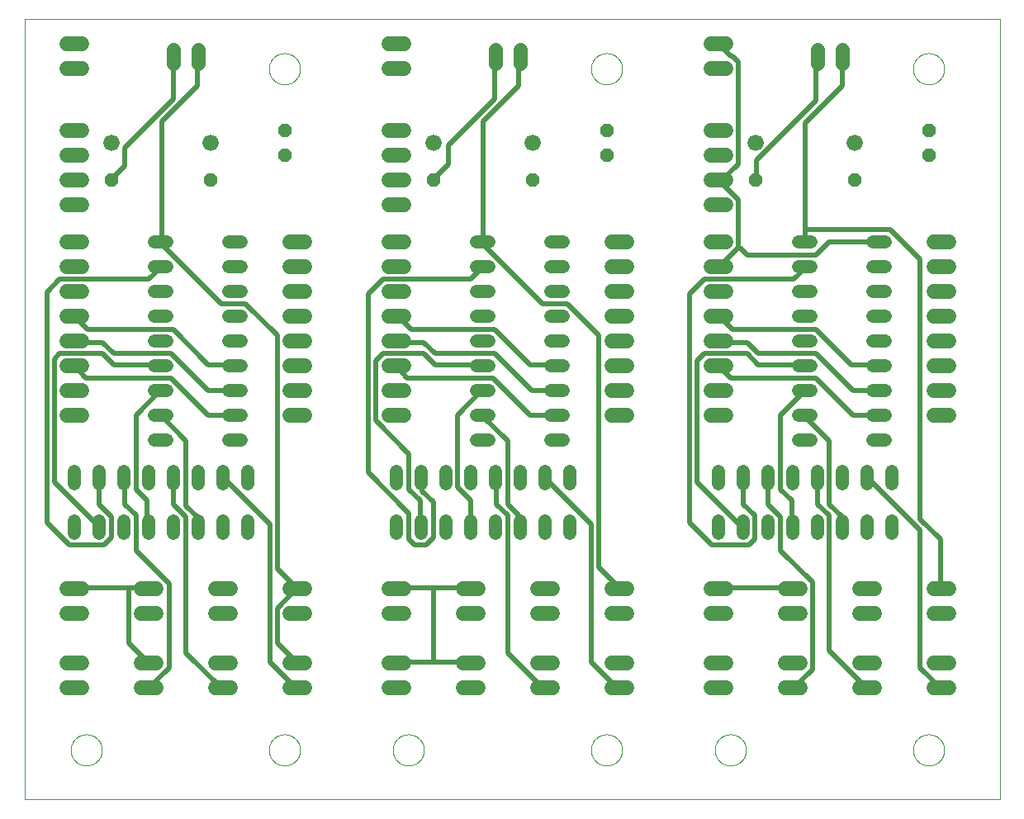
<source format=gbl>
G75*
%MOIN*%
%OFA0B0*%
%FSLAX25Y25*%
%IPPOS*%
%LPD*%
%AMOC8*
5,1,8,0,0,1.08239X$1,22.5*
%
%ADD10C,0.00000*%
%ADD11C,0.06600*%
%ADD12C,0.06000*%
%ADD13OC8,0.05200*%
%ADD14C,0.05200*%
%ADD15C,0.05600*%
%ADD16C,0.02000*%
D10*
X0001000Y0003000D02*
X0001000Y0317961D01*
X0394701Y0317961D01*
X0394701Y0003000D01*
X0001000Y0003000D01*
X0019701Y0023000D02*
X0019703Y0023158D01*
X0019709Y0023316D01*
X0019719Y0023474D01*
X0019733Y0023632D01*
X0019751Y0023789D01*
X0019772Y0023946D01*
X0019798Y0024102D01*
X0019828Y0024258D01*
X0019861Y0024413D01*
X0019899Y0024566D01*
X0019940Y0024719D01*
X0019985Y0024871D01*
X0020034Y0025022D01*
X0020087Y0025171D01*
X0020143Y0025319D01*
X0020203Y0025465D01*
X0020267Y0025610D01*
X0020335Y0025753D01*
X0020406Y0025895D01*
X0020480Y0026035D01*
X0020558Y0026172D01*
X0020640Y0026308D01*
X0020724Y0026442D01*
X0020813Y0026573D01*
X0020904Y0026702D01*
X0020999Y0026829D01*
X0021096Y0026954D01*
X0021197Y0027076D01*
X0021301Y0027195D01*
X0021408Y0027312D01*
X0021518Y0027426D01*
X0021631Y0027537D01*
X0021746Y0027646D01*
X0021864Y0027751D01*
X0021985Y0027853D01*
X0022108Y0027953D01*
X0022234Y0028049D01*
X0022362Y0028142D01*
X0022492Y0028232D01*
X0022625Y0028318D01*
X0022760Y0028402D01*
X0022896Y0028481D01*
X0023035Y0028558D01*
X0023176Y0028630D01*
X0023318Y0028700D01*
X0023462Y0028765D01*
X0023608Y0028827D01*
X0023755Y0028885D01*
X0023904Y0028940D01*
X0024054Y0028991D01*
X0024205Y0029038D01*
X0024357Y0029081D01*
X0024510Y0029120D01*
X0024665Y0029156D01*
X0024820Y0029187D01*
X0024976Y0029215D01*
X0025132Y0029239D01*
X0025289Y0029259D01*
X0025447Y0029275D01*
X0025604Y0029287D01*
X0025763Y0029295D01*
X0025921Y0029299D01*
X0026079Y0029299D01*
X0026237Y0029295D01*
X0026396Y0029287D01*
X0026553Y0029275D01*
X0026711Y0029259D01*
X0026868Y0029239D01*
X0027024Y0029215D01*
X0027180Y0029187D01*
X0027335Y0029156D01*
X0027490Y0029120D01*
X0027643Y0029081D01*
X0027795Y0029038D01*
X0027946Y0028991D01*
X0028096Y0028940D01*
X0028245Y0028885D01*
X0028392Y0028827D01*
X0028538Y0028765D01*
X0028682Y0028700D01*
X0028824Y0028630D01*
X0028965Y0028558D01*
X0029104Y0028481D01*
X0029240Y0028402D01*
X0029375Y0028318D01*
X0029508Y0028232D01*
X0029638Y0028142D01*
X0029766Y0028049D01*
X0029892Y0027953D01*
X0030015Y0027853D01*
X0030136Y0027751D01*
X0030254Y0027646D01*
X0030369Y0027537D01*
X0030482Y0027426D01*
X0030592Y0027312D01*
X0030699Y0027195D01*
X0030803Y0027076D01*
X0030904Y0026954D01*
X0031001Y0026829D01*
X0031096Y0026702D01*
X0031187Y0026573D01*
X0031276Y0026442D01*
X0031360Y0026308D01*
X0031442Y0026172D01*
X0031520Y0026035D01*
X0031594Y0025895D01*
X0031665Y0025753D01*
X0031733Y0025610D01*
X0031797Y0025465D01*
X0031857Y0025319D01*
X0031913Y0025171D01*
X0031966Y0025022D01*
X0032015Y0024871D01*
X0032060Y0024719D01*
X0032101Y0024566D01*
X0032139Y0024413D01*
X0032172Y0024258D01*
X0032202Y0024102D01*
X0032228Y0023946D01*
X0032249Y0023789D01*
X0032267Y0023632D01*
X0032281Y0023474D01*
X0032291Y0023316D01*
X0032297Y0023158D01*
X0032299Y0023000D01*
X0032297Y0022842D01*
X0032291Y0022684D01*
X0032281Y0022526D01*
X0032267Y0022368D01*
X0032249Y0022211D01*
X0032228Y0022054D01*
X0032202Y0021898D01*
X0032172Y0021742D01*
X0032139Y0021587D01*
X0032101Y0021434D01*
X0032060Y0021281D01*
X0032015Y0021129D01*
X0031966Y0020978D01*
X0031913Y0020829D01*
X0031857Y0020681D01*
X0031797Y0020535D01*
X0031733Y0020390D01*
X0031665Y0020247D01*
X0031594Y0020105D01*
X0031520Y0019965D01*
X0031442Y0019828D01*
X0031360Y0019692D01*
X0031276Y0019558D01*
X0031187Y0019427D01*
X0031096Y0019298D01*
X0031001Y0019171D01*
X0030904Y0019046D01*
X0030803Y0018924D01*
X0030699Y0018805D01*
X0030592Y0018688D01*
X0030482Y0018574D01*
X0030369Y0018463D01*
X0030254Y0018354D01*
X0030136Y0018249D01*
X0030015Y0018147D01*
X0029892Y0018047D01*
X0029766Y0017951D01*
X0029638Y0017858D01*
X0029508Y0017768D01*
X0029375Y0017682D01*
X0029240Y0017598D01*
X0029104Y0017519D01*
X0028965Y0017442D01*
X0028824Y0017370D01*
X0028682Y0017300D01*
X0028538Y0017235D01*
X0028392Y0017173D01*
X0028245Y0017115D01*
X0028096Y0017060D01*
X0027946Y0017009D01*
X0027795Y0016962D01*
X0027643Y0016919D01*
X0027490Y0016880D01*
X0027335Y0016844D01*
X0027180Y0016813D01*
X0027024Y0016785D01*
X0026868Y0016761D01*
X0026711Y0016741D01*
X0026553Y0016725D01*
X0026396Y0016713D01*
X0026237Y0016705D01*
X0026079Y0016701D01*
X0025921Y0016701D01*
X0025763Y0016705D01*
X0025604Y0016713D01*
X0025447Y0016725D01*
X0025289Y0016741D01*
X0025132Y0016761D01*
X0024976Y0016785D01*
X0024820Y0016813D01*
X0024665Y0016844D01*
X0024510Y0016880D01*
X0024357Y0016919D01*
X0024205Y0016962D01*
X0024054Y0017009D01*
X0023904Y0017060D01*
X0023755Y0017115D01*
X0023608Y0017173D01*
X0023462Y0017235D01*
X0023318Y0017300D01*
X0023176Y0017370D01*
X0023035Y0017442D01*
X0022896Y0017519D01*
X0022760Y0017598D01*
X0022625Y0017682D01*
X0022492Y0017768D01*
X0022362Y0017858D01*
X0022234Y0017951D01*
X0022108Y0018047D01*
X0021985Y0018147D01*
X0021864Y0018249D01*
X0021746Y0018354D01*
X0021631Y0018463D01*
X0021518Y0018574D01*
X0021408Y0018688D01*
X0021301Y0018805D01*
X0021197Y0018924D01*
X0021096Y0019046D01*
X0020999Y0019171D01*
X0020904Y0019298D01*
X0020813Y0019427D01*
X0020724Y0019558D01*
X0020640Y0019692D01*
X0020558Y0019828D01*
X0020480Y0019965D01*
X0020406Y0020105D01*
X0020335Y0020247D01*
X0020267Y0020390D01*
X0020203Y0020535D01*
X0020143Y0020681D01*
X0020087Y0020829D01*
X0020034Y0020978D01*
X0019985Y0021129D01*
X0019940Y0021281D01*
X0019899Y0021434D01*
X0019861Y0021587D01*
X0019828Y0021742D01*
X0019798Y0021898D01*
X0019772Y0022054D01*
X0019751Y0022211D01*
X0019733Y0022368D01*
X0019719Y0022526D01*
X0019709Y0022684D01*
X0019703Y0022842D01*
X0019701Y0023000D01*
X0099701Y0023000D02*
X0099703Y0023158D01*
X0099709Y0023316D01*
X0099719Y0023474D01*
X0099733Y0023632D01*
X0099751Y0023789D01*
X0099772Y0023946D01*
X0099798Y0024102D01*
X0099828Y0024258D01*
X0099861Y0024413D01*
X0099899Y0024566D01*
X0099940Y0024719D01*
X0099985Y0024871D01*
X0100034Y0025022D01*
X0100087Y0025171D01*
X0100143Y0025319D01*
X0100203Y0025465D01*
X0100267Y0025610D01*
X0100335Y0025753D01*
X0100406Y0025895D01*
X0100480Y0026035D01*
X0100558Y0026172D01*
X0100640Y0026308D01*
X0100724Y0026442D01*
X0100813Y0026573D01*
X0100904Y0026702D01*
X0100999Y0026829D01*
X0101096Y0026954D01*
X0101197Y0027076D01*
X0101301Y0027195D01*
X0101408Y0027312D01*
X0101518Y0027426D01*
X0101631Y0027537D01*
X0101746Y0027646D01*
X0101864Y0027751D01*
X0101985Y0027853D01*
X0102108Y0027953D01*
X0102234Y0028049D01*
X0102362Y0028142D01*
X0102492Y0028232D01*
X0102625Y0028318D01*
X0102760Y0028402D01*
X0102896Y0028481D01*
X0103035Y0028558D01*
X0103176Y0028630D01*
X0103318Y0028700D01*
X0103462Y0028765D01*
X0103608Y0028827D01*
X0103755Y0028885D01*
X0103904Y0028940D01*
X0104054Y0028991D01*
X0104205Y0029038D01*
X0104357Y0029081D01*
X0104510Y0029120D01*
X0104665Y0029156D01*
X0104820Y0029187D01*
X0104976Y0029215D01*
X0105132Y0029239D01*
X0105289Y0029259D01*
X0105447Y0029275D01*
X0105604Y0029287D01*
X0105763Y0029295D01*
X0105921Y0029299D01*
X0106079Y0029299D01*
X0106237Y0029295D01*
X0106396Y0029287D01*
X0106553Y0029275D01*
X0106711Y0029259D01*
X0106868Y0029239D01*
X0107024Y0029215D01*
X0107180Y0029187D01*
X0107335Y0029156D01*
X0107490Y0029120D01*
X0107643Y0029081D01*
X0107795Y0029038D01*
X0107946Y0028991D01*
X0108096Y0028940D01*
X0108245Y0028885D01*
X0108392Y0028827D01*
X0108538Y0028765D01*
X0108682Y0028700D01*
X0108824Y0028630D01*
X0108965Y0028558D01*
X0109104Y0028481D01*
X0109240Y0028402D01*
X0109375Y0028318D01*
X0109508Y0028232D01*
X0109638Y0028142D01*
X0109766Y0028049D01*
X0109892Y0027953D01*
X0110015Y0027853D01*
X0110136Y0027751D01*
X0110254Y0027646D01*
X0110369Y0027537D01*
X0110482Y0027426D01*
X0110592Y0027312D01*
X0110699Y0027195D01*
X0110803Y0027076D01*
X0110904Y0026954D01*
X0111001Y0026829D01*
X0111096Y0026702D01*
X0111187Y0026573D01*
X0111276Y0026442D01*
X0111360Y0026308D01*
X0111442Y0026172D01*
X0111520Y0026035D01*
X0111594Y0025895D01*
X0111665Y0025753D01*
X0111733Y0025610D01*
X0111797Y0025465D01*
X0111857Y0025319D01*
X0111913Y0025171D01*
X0111966Y0025022D01*
X0112015Y0024871D01*
X0112060Y0024719D01*
X0112101Y0024566D01*
X0112139Y0024413D01*
X0112172Y0024258D01*
X0112202Y0024102D01*
X0112228Y0023946D01*
X0112249Y0023789D01*
X0112267Y0023632D01*
X0112281Y0023474D01*
X0112291Y0023316D01*
X0112297Y0023158D01*
X0112299Y0023000D01*
X0112297Y0022842D01*
X0112291Y0022684D01*
X0112281Y0022526D01*
X0112267Y0022368D01*
X0112249Y0022211D01*
X0112228Y0022054D01*
X0112202Y0021898D01*
X0112172Y0021742D01*
X0112139Y0021587D01*
X0112101Y0021434D01*
X0112060Y0021281D01*
X0112015Y0021129D01*
X0111966Y0020978D01*
X0111913Y0020829D01*
X0111857Y0020681D01*
X0111797Y0020535D01*
X0111733Y0020390D01*
X0111665Y0020247D01*
X0111594Y0020105D01*
X0111520Y0019965D01*
X0111442Y0019828D01*
X0111360Y0019692D01*
X0111276Y0019558D01*
X0111187Y0019427D01*
X0111096Y0019298D01*
X0111001Y0019171D01*
X0110904Y0019046D01*
X0110803Y0018924D01*
X0110699Y0018805D01*
X0110592Y0018688D01*
X0110482Y0018574D01*
X0110369Y0018463D01*
X0110254Y0018354D01*
X0110136Y0018249D01*
X0110015Y0018147D01*
X0109892Y0018047D01*
X0109766Y0017951D01*
X0109638Y0017858D01*
X0109508Y0017768D01*
X0109375Y0017682D01*
X0109240Y0017598D01*
X0109104Y0017519D01*
X0108965Y0017442D01*
X0108824Y0017370D01*
X0108682Y0017300D01*
X0108538Y0017235D01*
X0108392Y0017173D01*
X0108245Y0017115D01*
X0108096Y0017060D01*
X0107946Y0017009D01*
X0107795Y0016962D01*
X0107643Y0016919D01*
X0107490Y0016880D01*
X0107335Y0016844D01*
X0107180Y0016813D01*
X0107024Y0016785D01*
X0106868Y0016761D01*
X0106711Y0016741D01*
X0106553Y0016725D01*
X0106396Y0016713D01*
X0106237Y0016705D01*
X0106079Y0016701D01*
X0105921Y0016701D01*
X0105763Y0016705D01*
X0105604Y0016713D01*
X0105447Y0016725D01*
X0105289Y0016741D01*
X0105132Y0016761D01*
X0104976Y0016785D01*
X0104820Y0016813D01*
X0104665Y0016844D01*
X0104510Y0016880D01*
X0104357Y0016919D01*
X0104205Y0016962D01*
X0104054Y0017009D01*
X0103904Y0017060D01*
X0103755Y0017115D01*
X0103608Y0017173D01*
X0103462Y0017235D01*
X0103318Y0017300D01*
X0103176Y0017370D01*
X0103035Y0017442D01*
X0102896Y0017519D01*
X0102760Y0017598D01*
X0102625Y0017682D01*
X0102492Y0017768D01*
X0102362Y0017858D01*
X0102234Y0017951D01*
X0102108Y0018047D01*
X0101985Y0018147D01*
X0101864Y0018249D01*
X0101746Y0018354D01*
X0101631Y0018463D01*
X0101518Y0018574D01*
X0101408Y0018688D01*
X0101301Y0018805D01*
X0101197Y0018924D01*
X0101096Y0019046D01*
X0100999Y0019171D01*
X0100904Y0019298D01*
X0100813Y0019427D01*
X0100724Y0019558D01*
X0100640Y0019692D01*
X0100558Y0019828D01*
X0100480Y0019965D01*
X0100406Y0020105D01*
X0100335Y0020247D01*
X0100267Y0020390D01*
X0100203Y0020535D01*
X0100143Y0020681D01*
X0100087Y0020829D01*
X0100034Y0020978D01*
X0099985Y0021129D01*
X0099940Y0021281D01*
X0099899Y0021434D01*
X0099861Y0021587D01*
X0099828Y0021742D01*
X0099798Y0021898D01*
X0099772Y0022054D01*
X0099751Y0022211D01*
X0099733Y0022368D01*
X0099719Y0022526D01*
X0099709Y0022684D01*
X0099703Y0022842D01*
X0099701Y0023000D01*
X0149701Y0023000D02*
X0149703Y0023158D01*
X0149709Y0023316D01*
X0149719Y0023474D01*
X0149733Y0023632D01*
X0149751Y0023789D01*
X0149772Y0023946D01*
X0149798Y0024102D01*
X0149828Y0024258D01*
X0149861Y0024413D01*
X0149899Y0024566D01*
X0149940Y0024719D01*
X0149985Y0024871D01*
X0150034Y0025022D01*
X0150087Y0025171D01*
X0150143Y0025319D01*
X0150203Y0025465D01*
X0150267Y0025610D01*
X0150335Y0025753D01*
X0150406Y0025895D01*
X0150480Y0026035D01*
X0150558Y0026172D01*
X0150640Y0026308D01*
X0150724Y0026442D01*
X0150813Y0026573D01*
X0150904Y0026702D01*
X0150999Y0026829D01*
X0151096Y0026954D01*
X0151197Y0027076D01*
X0151301Y0027195D01*
X0151408Y0027312D01*
X0151518Y0027426D01*
X0151631Y0027537D01*
X0151746Y0027646D01*
X0151864Y0027751D01*
X0151985Y0027853D01*
X0152108Y0027953D01*
X0152234Y0028049D01*
X0152362Y0028142D01*
X0152492Y0028232D01*
X0152625Y0028318D01*
X0152760Y0028402D01*
X0152896Y0028481D01*
X0153035Y0028558D01*
X0153176Y0028630D01*
X0153318Y0028700D01*
X0153462Y0028765D01*
X0153608Y0028827D01*
X0153755Y0028885D01*
X0153904Y0028940D01*
X0154054Y0028991D01*
X0154205Y0029038D01*
X0154357Y0029081D01*
X0154510Y0029120D01*
X0154665Y0029156D01*
X0154820Y0029187D01*
X0154976Y0029215D01*
X0155132Y0029239D01*
X0155289Y0029259D01*
X0155447Y0029275D01*
X0155604Y0029287D01*
X0155763Y0029295D01*
X0155921Y0029299D01*
X0156079Y0029299D01*
X0156237Y0029295D01*
X0156396Y0029287D01*
X0156553Y0029275D01*
X0156711Y0029259D01*
X0156868Y0029239D01*
X0157024Y0029215D01*
X0157180Y0029187D01*
X0157335Y0029156D01*
X0157490Y0029120D01*
X0157643Y0029081D01*
X0157795Y0029038D01*
X0157946Y0028991D01*
X0158096Y0028940D01*
X0158245Y0028885D01*
X0158392Y0028827D01*
X0158538Y0028765D01*
X0158682Y0028700D01*
X0158824Y0028630D01*
X0158965Y0028558D01*
X0159104Y0028481D01*
X0159240Y0028402D01*
X0159375Y0028318D01*
X0159508Y0028232D01*
X0159638Y0028142D01*
X0159766Y0028049D01*
X0159892Y0027953D01*
X0160015Y0027853D01*
X0160136Y0027751D01*
X0160254Y0027646D01*
X0160369Y0027537D01*
X0160482Y0027426D01*
X0160592Y0027312D01*
X0160699Y0027195D01*
X0160803Y0027076D01*
X0160904Y0026954D01*
X0161001Y0026829D01*
X0161096Y0026702D01*
X0161187Y0026573D01*
X0161276Y0026442D01*
X0161360Y0026308D01*
X0161442Y0026172D01*
X0161520Y0026035D01*
X0161594Y0025895D01*
X0161665Y0025753D01*
X0161733Y0025610D01*
X0161797Y0025465D01*
X0161857Y0025319D01*
X0161913Y0025171D01*
X0161966Y0025022D01*
X0162015Y0024871D01*
X0162060Y0024719D01*
X0162101Y0024566D01*
X0162139Y0024413D01*
X0162172Y0024258D01*
X0162202Y0024102D01*
X0162228Y0023946D01*
X0162249Y0023789D01*
X0162267Y0023632D01*
X0162281Y0023474D01*
X0162291Y0023316D01*
X0162297Y0023158D01*
X0162299Y0023000D01*
X0162297Y0022842D01*
X0162291Y0022684D01*
X0162281Y0022526D01*
X0162267Y0022368D01*
X0162249Y0022211D01*
X0162228Y0022054D01*
X0162202Y0021898D01*
X0162172Y0021742D01*
X0162139Y0021587D01*
X0162101Y0021434D01*
X0162060Y0021281D01*
X0162015Y0021129D01*
X0161966Y0020978D01*
X0161913Y0020829D01*
X0161857Y0020681D01*
X0161797Y0020535D01*
X0161733Y0020390D01*
X0161665Y0020247D01*
X0161594Y0020105D01*
X0161520Y0019965D01*
X0161442Y0019828D01*
X0161360Y0019692D01*
X0161276Y0019558D01*
X0161187Y0019427D01*
X0161096Y0019298D01*
X0161001Y0019171D01*
X0160904Y0019046D01*
X0160803Y0018924D01*
X0160699Y0018805D01*
X0160592Y0018688D01*
X0160482Y0018574D01*
X0160369Y0018463D01*
X0160254Y0018354D01*
X0160136Y0018249D01*
X0160015Y0018147D01*
X0159892Y0018047D01*
X0159766Y0017951D01*
X0159638Y0017858D01*
X0159508Y0017768D01*
X0159375Y0017682D01*
X0159240Y0017598D01*
X0159104Y0017519D01*
X0158965Y0017442D01*
X0158824Y0017370D01*
X0158682Y0017300D01*
X0158538Y0017235D01*
X0158392Y0017173D01*
X0158245Y0017115D01*
X0158096Y0017060D01*
X0157946Y0017009D01*
X0157795Y0016962D01*
X0157643Y0016919D01*
X0157490Y0016880D01*
X0157335Y0016844D01*
X0157180Y0016813D01*
X0157024Y0016785D01*
X0156868Y0016761D01*
X0156711Y0016741D01*
X0156553Y0016725D01*
X0156396Y0016713D01*
X0156237Y0016705D01*
X0156079Y0016701D01*
X0155921Y0016701D01*
X0155763Y0016705D01*
X0155604Y0016713D01*
X0155447Y0016725D01*
X0155289Y0016741D01*
X0155132Y0016761D01*
X0154976Y0016785D01*
X0154820Y0016813D01*
X0154665Y0016844D01*
X0154510Y0016880D01*
X0154357Y0016919D01*
X0154205Y0016962D01*
X0154054Y0017009D01*
X0153904Y0017060D01*
X0153755Y0017115D01*
X0153608Y0017173D01*
X0153462Y0017235D01*
X0153318Y0017300D01*
X0153176Y0017370D01*
X0153035Y0017442D01*
X0152896Y0017519D01*
X0152760Y0017598D01*
X0152625Y0017682D01*
X0152492Y0017768D01*
X0152362Y0017858D01*
X0152234Y0017951D01*
X0152108Y0018047D01*
X0151985Y0018147D01*
X0151864Y0018249D01*
X0151746Y0018354D01*
X0151631Y0018463D01*
X0151518Y0018574D01*
X0151408Y0018688D01*
X0151301Y0018805D01*
X0151197Y0018924D01*
X0151096Y0019046D01*
X0150999Y0019171D01*
X0150904Y0019298D01*
X0150813Y0019427D01*
X0150724Y0019558D01*
X0150640Y0019692D01*
X0150558Y0019828D01*
X0150480Y0019965D01*
X0150406Y0020105D01*
X0150335Y0020247D01*
X0150267Y0020390D01*
X0150203Y0020535D01*
X0150143Y0020681D01*
X0150087Y0020829D01*
X0150034Y0020978D01*
X0149985Y0021129D01*
X0149940Y0021281D01*
X0149899Y0021434D01*
X0149861Y0021587D01*
X0149828Y0021742D01*
X0149798Y0021898D01*
X0149772Y0022054D01*
X0149751Y0022211D01*
X0149733Y0022368D01*
X0149719Y0022526D01*
X0149709Y0022684D01*
X0149703Y0022842D01*
X0149701Y0023000D01*
X0229701Y0023000D02*
X0229703Y0023158D01*
X0229709Y0023316D01*
X0229719Y0023474D01*
X0229733Y0023632D01*
X0229751Y0023789D01*
X0229772Y0023946D01*
X0229798Y0024102D01*
X0229828Y0024258D01*
X0229861Y0024413D01*
X0229899Y0024566D01*
X0229940Y0024719D01*
X0229985Y0024871D01*
X0230034Y0025022D01*
X0230087Y0025171D01*
X0230143Y0025319D01*
X0230203Y0025465D01*
X0230267Y0025610D01*
X0230335Y0025753D01*
X0230406Y0025895D01*
X0230480Y0026035D01*
X0230558Y0026172D01*
X0230640Y0026308D01*
X0230724Y0026442D01*
X0230813Y0026573D01*
X0230904Y0026702D01*
X0230999Y0026829D01*
X0231096Y0026954D01*
X0231197Y0027076D01*
X0231301Y0027195D01*
X0231408Y0027312D01*
X0231518Y0027426D01*
X0231631Y0027537D01*
X0231746Y0027646D01*
X0231864Y0027751D01*
X0231985Y0027853D01*
X0232108Y0027953D01*
X0232234Y0028049D01*
X0232362Y0028142D01*
X0232492Y0028232D01*
X0232625Y0028318D01*
X0232760Y0028402D01*
X0232896Y0028481D01*
X0233035Y0028558D01*
X0233176Y0028630D01*
X0233318Y0028700D01*
X0233462Y0028765D01*
X0233608Y0028827D01*
X0233755Y0028885D01*
X0233904Y0028940D01*
X0234054Y0028991D01*
X0234205Y0029038D01*
X0234357Y0029081D01*
X0234510Y0029120D01*
X0234665Y0029156D01*
X0234820Y0029187D01*
X0234976Y0029215D01*
X0235132Y0029239D01*
X0235289Y0029259D01*
X0235447Y0029275D01*
X0235604Y0029287D01*
X0235763Y0029295D01*
X0235921Y0029299D01*
X0236079Y0029299D01*
X0236237Y0029295D01*
X0236396Y0029287D01*
X0236553Y0029275D01*
X0236711Y0029259D01*
X0236868Y0029239D01*
X0237024Y0029215D01*
X0237180Y0029187D01*
X0237335Y0029156D01*
X0237490Y0029120D01*
X0237643Y0029081D01*
X0237795Y0029038D01*
X0237946Y0028991D01*
X0238096Y0028940D01*
X0238245Y0028885D01*
X0238392Y0028827D01*
X0238538Y0028765D01*
X0238682Y0028700D01*
X0238824Y0028630D01*
X0238965Y0028558D01*
X0239104Y0028481D01*
X0239240Y0028402D01*
X0239375Y0028318D01*
X0239508Y0028232D01*
X0239638Y0028142D01*
X0239766Y0028049D01*
X0239892Y0027953D01*
X0240015Y0027853D01*
X0240136Y0027751D01*
X0240254Y0027646D01*
X0240369Y0027537D01*
X0240482Y0027426D01*
X0240592Y0027312D01*
X0240699Y0027195D01*
X0240803Y0027076D01*
X0240904Y0026954D01*
X0241001Y0026829D01*
X0241096Y0026702D01*
X0241187Y0026573D01*
X0241276Y0026442D01*
X0241360Y0026308D01*
X0241442Y0026172D01*
X0241520Y0026035D01*
X0241594Y0025895D01*
X0241665Y0025753D01*
X0241733Y0025610D01*
X0241797Y0025465D01*
X0241857Y0025319D01*
X0241913Y0025171D01*
X0241966Y0025022D01*
X0242015Y0024871D01*
X0242060Y0024719D01*
X0242101Y0024566D01*
X0242139Y0024413D01*
X0242172Y0024258D01*
X0242202Y0024102D01*
X0242228Y0023946D01*
X0242249Y0023789D01*
X0242267Y0023632D01*
X0242281Y0023474D01*
X0242291Y0023316D01*
X0242297Y0023158D01*
X0242299Y0023000D01*
X0242297Y0022842D01*
X0242291Y0022684D01*
X0242281Y0022526D01*
X0242267Y0022368D01*
X0242249Y0022211D01*
X0242228Y0022054D01*
X0242202Y0021898D01*
X0242172Y0021742D01*
X0242139Y0021587D01*
X0242101Y0021434D01*
X0242060Y0021281D01*
X0242015Y0021129D01*
X0241966Y0020978D01*
X0241913Y0020829D01*
X0241857Y0020681D01*
X0241797Y0020535D01*
X0241733Y0020390D01*
X0241665Y0020247D01*
X0241594Y0020105D01*
X0241520Y0019965D01*
X0241442Y0019828D01*
X0241360Y0019692D01*
X0241276Y0019558D01*
X0241187Y0019427D01*
X0241096Y0019298D01*
X0241001Y0019171D01*
X0240904Y0019046D01*
X0240803Y0018924D01*
X0240699Y0018805D01*
X0240592Y0018688D01*
X0240482Y0018574D01*
X0240369Y0018463D01*
X0240254Y0018354D01*
X0240136Y0018249D01*
X0240015Y0018147D01*
X0239892Y0018047D01*
X0239766Y0017951D01*
X0239638Y0017858D01*
X0239508Y0017768D01*
X0239375Y0017682D01*
X0239240Y0017598D01*
X0239104Y0017519D01*
X0238965Y0017442D01*
X0238824Y0017370D01*
X0238682Y0017300D01*
X0238538Y0017235D01*
X0238392Y0017173D01*
X0238245Y0017115D01*
X0238096Y0017060D01*
X0237946Y0017009D01*
X0237795Y0016962D01*
X0237643Y0016919D01*
X0237490Y0016880D01*
X0237335Y0016844D01*
X0237180Y0016813D01*
X0237024Y0016785D01*
X0236868Y0016761D01*
X0236711Y0016741D01*
X0236553Y0016725D01*
X0236396Y0016713D01*
X0236237Y0016705D01*
X0236079Y0016701D01*
X0235921Y0016701D01*
X0235763Y0016705D01*
X0235604Y0016713D01*
X0235447Y0016725D01*
X0235289Y0016741D01*
X0235132Y0016761D01*
X0234976Y0016785D01*
X0234820Y0016813D01*
X0234665Y0016844D01*
X0234510Y0016880D01*
X0234357Y0016919D01*
X0234205Y0016962D01*
X0234054Y0017009D01*
X0233904Y0017060D01*
X0233755Y0017115D01*
X0233608Y0017173D01*
X0233462Y0017235D01*
X0233318Y0017300D01*
X0233176Y0017370D01*
X0233035Y0017442D01*
X0232896Y0017519D01*
X0232760Y0017598D01*
X0232625Y0017682D01*
X0232492Y0017768D01*
X0232362Y0017858D01*
X0232234Y0017951D01*
X0232108Y0018047D01*
X0231985Y0018147D01*
X0231864Y0018249D01*
X0231746Y0018354D01*
X0231631Y0018463D01*
X0231518Y0018574D01*
X0231408Y0018688D01*
X0231301Y0018805D01*
X0231197Y0018924D01*
X0231096Y0019046D01*
X0230999Y0019171D01*
X0230904Y0019298D01*
X0230813Y0019427D01*
X0230724Y0019558D01*
X0230640Y0019692D01*
X0230558Y0019828D01*
X0230480Y0019965D01*
X0230406Y0020105D01*
X0230335Y0020247D01*
X0230267Y0020390D01*
X0230203Y0020535D01*
X0230143Y0020681D01*
X0230087Y0020829D01*
X0230034Y0020978D01*
X0229985Y0021129D01*
X0229940Y0021281D01*
X0229899Y0021434D01*
X0229861Y0021587D01*
X0229828Y0021742D01*
X0229798Y0021898D01*
X0229772Y0022054D01*
X0229751Y0022211D01*
X0229733Y0022368D01*
X0229719Y0022526D01*
X0229709Y0022684D01*
X0229703Y0022842D01*
X0229701Y0023000D01*
X0279701Y0023000D02*
X0279703Y0023158D01*
X0279709Y0023316D01*
X0279719Y0023474D01*
X0279733Y0023632D01*
X0279751Y0023789D01*
X0279772Y0023946D01*
X0279798Y0024102D01*
X0279828Y0024258D01*
X0279861Y0024413D01*
X0279899Y0024566D01*
X0279940Y0024719D01*
X0279985Y0024871D01*
X0280034Y0025022D01*
X0280087Y0025171D01*
X0280143Y0025319D01*
X0280203Y0025465D01*
X0280267Y0025610D01*
X0280335Y0025753D01*
X0280406Y0025895D01*
X0280480Y0026035D01*
X0280558Y0026172D01*
X0280640Y0026308D01*
X0280724Y0026442D01*
X0280813Y0026573D01*
X0280904Y0026702D01*
X0280999Y0026829D01*
X0281096Y0026954D01*
X0281197Y0027076D01*
X0281301Y0027195D01*
X0281408Y0027312D01*
X0281518Y0027426D01*
X0281631Y0027537D01*
X0281746Y0027646D01*
X0281864Y0027751D01*
X0281985Y0027853D01*
X0282108Y0027953D01*
X0282234Y0028049D01*
X0282362Y0028142D01*
X0282492Y0028232D01*
X0282625Y0028318D01*
X0282760Y0028402D01*
X0282896Y0028481D01*
X0283035Y0028558D01*
X0283176Y0028630D01*
X0283318Y0028700D01*
X0283462Y0028765D01*
X0283608Y0028827D01*
X0283755Y0028885D01*
X0283904Y0028940D01*
X0284054Y0028991D01*
X0284205Y0029038D01*
X0284357Y0029081D01*
X0284510Y0029120D01*
X0284665Y0029156D01*
X0284820Y0029187D01*
X0284976Y0029215D01*
X0285132Y0029239D01*
X0285289Y0029259D01*
X0285447Y0029275D01*
X0285604Y0029287D01*
X0285763Y0029295D01*
X0285921Y0029299D01*
X0286079Y0029299D01*
X0286237Y0029295D01*
X0286396Y0029287D01*
X0286553Y0029275D01*
X0286711Y0029259D01*
X0286868Y0029239D01*
X0287024Y0029215D01*
X0287180Y0029187D01*
X0287335Y0029156D01*
X0287490Y0029120D01*
X0287643Y0029081D01*
X0287795Y0029038D01*
X0287946Y0028991D01*
X0288096Y0028940D01*
X0288245Y0028885D01*
X0288392Y0028827D01*
X0288538Y0028765D01*
X0288682Y0028700D01*
X0288824Y0028630D01*
X0288965Y0028558D01*
X0289104Y0028481D01*
X0289240Y0028402D01*
X0289375Y0028318D01*
X0289508Y0028232D01*
X0289638Y0028142D01*
X0289766Y0028049D01*
X0289892Y0027953D01*
X0290015Y0027853D01*
X0290136Y0027751D01*
X0290254Y0027646D01*
X0290369Y0027537D01*
X0290482Y0027426D01*
X0290592Y0027312D01*
X0290699Y0027195D01*
X0290803Y0027076D01*
X0290904Y0026954D01*
X0291001Y0026829D01*
X0291096Y0026702D01*
X0291187Y0026573D01*
X0291276Y0026442D01*
X0291360Y0026308D01*
X0291442Y0026172D01*
X0291520Y0026035D01*
X0291594Y0025895D01*
X0291665Y0025753D01*
X0291733Y0025610D01*
X0291797Y0025465D01*
X0291857Y0025319D01*
X0291913Y0025171D01*
X0291966Y0025022D01*
X0292015Y0024871D01*
X0292060Y0024719D01*
X0292101Y0024566D01*
X0292139Y0024413D01*
X0292172Y0024258D01*
X0292202Y0024102D01*
X0292228Y0023946D01*
X0292249Y0023789D01*
X0292267Y0023632D01*
X0292281Y0023474D01*
X0292291Y0023316D01*
X0292297Y0023158D01*
X0292299Y0023000D01*
X0292297Y0022842D01*
X0292291Y0022684D01*
X0292281Y0022526D01*
X0292267Y0022368D01*
X0292249Y0022211D01*
X0292228Y0022054D01*
X0292202Y0021898D01*
X0292172Y0021742D01*
X0292139Y0021587D01*
X0292101Y0021434D01*
X0292060Y0021281D01*
X0292015Y0021129D01*
X0291966Y0020978D01*
X0291913Y0020829D01*
X0291857Y0020681D01*
X0291797Y0020535D01*
X0291733Y0020390D01*
X0291665Y0020247D01*
X0291594Y0020105D01*
X0291520Y0019965D01*
X0291442Y0019828D01*
X0291360Y0019692D01*
X0291276Y0019558D01*
X0291187Y0019427D01*
X0291096Y0019298D01*
X0291001Y0019171D01*
X0290904Y0019046D01*
X0290803Y0018924D01*
X0290699Y0018805D01*
X0290592Y0018688D01*
X0290482Y0018574D01*
X0290369Y0018463D01*
X0290254Y0018354D01*
X0290136Y0018249D01*
X0290015Y0018147D01*
X0289892Y0018047D01*
X0289766Y0017951D01*
X0289638Y0017858D01*
X0289508Y0017768D01*
X0289375Y0017682D01*
X0289240Y0017598D01*
X0289104Y0017519D01*
X0288965Y0017442D01*
X0288824Y0017370D01*
X0288682Y0017300D01*
X0288538Y0017235D01*
X0288392Y0017173D01*
X0288245Y0017115D01*
X0288096Y0017060D01*
X0287946Y0017009D01*
X0287795Y0016962D01*
X0287643Y0016919D01*
X0287490Y0016880D01*
X0287335Y0016844D01*
X0287180Y0016813D01*
X0287024Y0016785D01*
X0286868Y0016761D01*
X0286711Y0016741D01*
X0286553Y0016725D01*
X0286396Y0016713D01*
X0286237Y0016705D01*
X0286079Y0016701D01*
X0285921Y0016701D01*
X0285763Y0016705D01*
X0285604Y0016713D01*
X0285447Y0016725D01*
X0285289Y0016741D01*
X0285132Y0016761D01*
X0284976Y0016785D01*
X0284820Y0016813D01*
X0284665Y0016844D01*
X0284510Y0016880D01*
X0284357Y0016919D01*
X0284205Y0016962D01*
X0284054Y0017009D01*
X0283904Y0017060D01*
X0283755Y0017115D01*
X0283608Y0017173D01*
X0283462Y0017235D01*
X0283318Y0017300D01*
X0283176Y0017370D01*
X0283035Y0017442D01*
X0282896Y0017519D01*
X0282760Y0017598D01*
X0282625Y0017682D01*
X0282492Y0017768D01*
X0282362Y0017858D01*
X0282234Y0017951D01*
X0282108Y0018047D01*
X0281985Y0018147D01*
X0281864Y0018249D01*
X0281746Y0018354D01*
X0281631Y0018463D01*
X0281518Y0018574D01*
X0281408Y0018688D01*
X0281301Y0018805D01*
X0281197Y0018924D01*
X0281096Y0019046D01*
X0280999Y0019171D01*
X0280904Y0019298D01*
X0280813Y0019427D01*
X0280724Y0019558D01*
X0280640Y0019692D01*
X0280558Y0019828D01*
X0280480Y0019965D01*
X0280406Y0020105D01*
X0280335Y0020247D01*
X0280267Y0020390D01*
X0280203Y0020535D01*
X0280143Y0020681D01*
X0280087Y0020829D01*
X0280034Y0020978D01*
X0279985Y0021129D01*
X0279940Y0021281D01*
X0279899Y0021434D01*
X0279861Y0021587D01*
X0279828Y0021742D01*
X0279798Y0021898D01*
X0279772Y0022054D01*
X0279751Y0022211D01*
X0279733Y0022368D01*
X0279719Y0022526D01*
X0279709Y0022684D01*
X0279703Y0022842D01*
X0279701Y0023000D01*
X0359701Y0023000D02*
X0359703Y0023158D01*
X0359709Y0023316D01*
X0359719Y0023474D01*
X0359733Y0023632D01*
X0359751Y0023789D01*
X0359772Y0023946D01*
X0359798Y0024102D01*
X0359828Y0024258D01*
X0359861Y0024413D01*
X0359899Y0024566D01*
X0359940Y0024719D01*
X0359985Y0024871D01*
X0360034Y0025022D01*
X0360087Y0025171D01*
X0360143Y0025319D01*
X0360203Y0025465D01*
X0360267Y0025610D01*
X0360335Y0025753D01*
X0360406Y0025895D01*
X0360480Y0026035D01*
X0360558Y0026172D01*
X0360640Y0026308D01*
X0360724Y0026442D01*
X0360813Y0026573D01*
X0360904Y0026702D01*
X0360999Y0026829D01*
X0361096Y0026954D01*
X0361197Y0027076D01*
X0361301Y0027195D01*
X0361408Y0027312D01*
X0361518Y0027426D01*
X0361631Y0027537D01*
X0361746Y0027646D01*
X0361864Y0027751D01*
X0361985Y0027853D01*
X0362108Y0027953D01*
X0362234Y0028049D01*
X0362362Y0028142D01*
X0362492Y0028232D01*
X0362625Y0028318D01*
X0362760Y0028402D01*
X0362896Y0028481D01*
X0363035Y0028558D01*
X0363176Y0028630D01*
X0363318Y0028700D01*
X0363462Y0028765D01*
X0363608Y0028827D01*
X0363755Y0028885D01*
X0363904Y0028940D01*
X0364054Y0028991D01*
X0364205Y0029038D01*
X0364357Y0029081D01*
X0364510Y0029120D01*
X0364665Y0029156D01*
X0364820Y0029187D01*
X0364976Y0029215D01*
X0365132Y0029239D01*
X0365289Y0029259D01*
X0365447Y0029275D01*
X0365604Y0029287D01*
X0365763Y0029295D01*
X0365921Y0029299D01*
X0366079Y0029299D01*
X0366237Y0029295D01*
X0366396Y0029287D01*
X0366553Y0029275D01*
X0366711Y0029259D01*
X0366868Y0029239D01*
X0367024Y0029215D01*
X0367180Y0029187D01*
X0367335Y0029156D01*
X0367490Y0029120D01*
X0367643Y0029081D01*
X0367795Y0029038D01*
X0367946Y0028991D01*
X0368096Y0028940D01*
X0368245Y0028885D01*
X0368392Y0028827D01*
X0368538Y0028765D01*
X0368682Y0028700D01*
X0368824Y0028630D01*
X0368965Y0028558D01*
X0369104Y0028481D01*
X0369240Y0028402D01*
X0369375Y0028318D01*
X0369508Y0028232D01*
X0369638Y0028142D01*
X0369766Y0028049D01*
X0369892Y0027953D01*
X0370015Y0027853D01*
X0370136Y0027751D01*
X0370254Y0027646D01*
X0370369Y0027537D01*
X0370482Y0027426D01*
X0370592Y0027312D01*
X0370699Y0027195D01*
X0370803Y0027076D01*
X0370904Y0026954D01*
X0371001Y0026829D01*
X0371096Y0026702D01*
X0371187Y0026573D01*
X0371276Y0026442D01*
X0371360Y0026308D01*
X0371442Y0026172D01*
X0371520Y0026035D01*
X0371594Y0025895D01*
X0371665Y0025753D01*
X0371733Y0025610D01*
X0371797Y0025465D01*
X0371857Y0025319D01*
X0371913Y0025171D01*
X0371966Y0025022D01*
X0372015Y0024871D01*
X0372060Y0024719D01*
X0372101Y0024566D01*
X0372139Y0024413D01*
X0372172Y0024258D01*
X0372202Y0024102D01*
X0372228Y0023946D01*
X0372249Y0023789D01*
X0372267Y0023632D01*
X0372281Y0023474D01*
X0372291Y0023316D01*
X0372297Y0023158D01*
X0372299Y0023000D01*
X0372297Y0022842D01*
X0372291Y0022684D01*
X0372281Y0022526D01*
X0372267Y0022368D01*
X0372249Y0022211D01*
X0372228Y0022054D01*
X0372202Y0021898D01*
X0372172Y0021742D01*
X0372139Y0021587D01*
X0372101Y0021434D01*
X0372060Y0021281D01*
X0372015Y0021129D01*
X0371966Y0020978D01*
X0371913Y0020829D01*
X0371857Y0020681D01*
X0371797Y0020535D01*
X0371733Y0020390D01*
X0371665Y0020247D01*
X0371594Y0020105D01*
X0371520Y0019965D01*
X0371442Y0019828D01*
X0371360Y0019692D01*
X0371276Y0019558D01*
X0371187Y0019427D01*
X0371096Y0019298D01*
X0371001Y0019171D01*
X0370904Y0019046D01*
X0370803Y0018924D01*
X0370699Y0018805D01*
X0370592Y0018688D01*
X0370482Y0018574D01*
X0370369Y0018463D01*
X0370254Y0018354D01*
X0370136Y0018249D01*
X0370015Y0018147D01*
X0369892Y0018047D01*
X0369766Y0017951D01*
X0369638Y0017858D01*
X0369508Y0017768D01*
X0369375Y0017682D01*
X0369240Y0017598D01*
X0369104Y0017519D01*
X0368965Y0017442D01*
X0368824Y0017370D01*
X0368682Y0017300D01*
X0368538Y0017235D01*
X0368392Y0017173D01*
X0368245Y0017115D01*
X0368096Y0017060D01*
X0367946Y0017009D01*
X0367795Y0016962D01*
X0367643Y0016919D01*
X0367490Y0016880D01*
X0367335Y0016844D01*
X0367180Y0016813D01*
X0367024Y0016785D01*
X0366868Y0016761D01*
X0366711Y0016741D01*
X0366553Y0016725D01*
X0366396Y0016713D01*
X0366237Y0016705D01*
X0366079Y0016701D01*
X0365921Y0016701D01*
X0365763Y0016705D01*
X0365604Y0016713D01*
X0365447Y0016725D01*
X0365289Y0016741D01*
X0365132Y0016761D01*
X0364976Y0016785D01*
X0364820Y0016813D01*
X0364665Y0016844D01*
X0364510Y0016880D01*
X0364357Y0016919D01*
X0364205Y0016962D01*
X0364054Y0017009D01*
X0363904Y0017060D01*
X0363755Y0017115D01*
X0363608Y0017173D01*
X0363462Y0017235D01*
X0363318Y0017300D01*
X0363176Y0017370D01*
X0363035Y0017442D01*
X0362896Y0017519D01*
X0362760Y0017598D01*
X0362625Y0017682D01*
X0362492Y0017768D01*
X0362362Y0017858D01*
X0362234Y0017951D01*
X0362108Y0018047D01*
X0361985Y0018147D01*
X0361864Y0018249D01*
X0361746Y0018354D01*
X0361631Y0018463D01*
X0361518Y0018574D01*
X0361408Y0018688D01*
X0361301Y0018805D01*
X0361197Y0018924D01*
X0361096Y0019046D01*
X0360999Y0019171D01*
X0360904Y0019298D01*
X0360813Y0019427D01*
X0360724Y0019558D01*
X0360640Y0019692D01*
X0360558Y0019828D01*
X0360480Y0019965D01*
X0360406Y0020105D01*
X0360335Y0020247D01*
X0360267Y0020390D01*
X0360203Y0020535D01*
X0360143Y0020681D01*
X0360087Y0020829D01*
X0360034Y0020978D01*
X0359985Y0021129D01*
X0359940Y0021281D01*
X0359899Y0021434D01*
X0359861Y0021587D01*
X0359828Y0021742D01*
X0359798Y0021898D01*
X0359772Y0022054D01*
X0359751Y0022211D01*
X0359733Y0022368D01*
X0359719Y0022526D01*
X0359709Y0022684D01*
X0359703Y0022842D01*
X0359701Y0023000D01*
X0359701Y0298000D02*
X0359703Y0298158D01*
X0359709Y0298316D01*
X0359719Y0298474D01*
X0359733Y0298632D01*
X0359751Y0298789D01*
X0359772Y0298946D01*
X0359798Y0299102D01*
X0359828Y0299258D01*
X0359861Y0299413D01*
X0359899Y0299566D01*
X0359940Y0299719D01*
X0359985Y0299871D01*
X0360034Y0300022D01*
X0360087Y0300171D01*
X0360143Y0300319D01*
X0360203Y0300465D01*
X0360267Y0300610D01*
X0360335Y0300753D01*
X0360406Y0300895D01*
X0360480Y0301035D01*
X0360558Y0301172D01*
X0360640Y0301308D01*
X0360724Y0301442D01*
X0360813Y0301573D01*
X0360904Y0301702D01*
X0360999Y0301829D01*
X0361096Y0301954D01*
X0361197Y0302076D01*
X0361301Y0302195D01*
X0361408Y0302312D01*
X0361518Y0302426D01*
X0361631Y0302537D01*
X0361746Y0302646D01*
X0361864Y0302751D01*
X0361985Y0302853D01*
X0362108Y0302953D01*
X0362234Y0303049D01*
X0362362Y0303142D01*
X0362492Y0303232D01*
X0362625Y0303318D01*
X0362760Y0303402D01*
X0362896Y0303481D01*
X0363035Y0303558D01*
X0363176Y0303630D01*
X0363318Y0303700D01*
X0363462Y0303765D01*
X0363608Y0303827D01*
X0363755Y0303885D01*
X0363904Y0303940D01*
X0364054Y0303991D01*
X0364205Y0304038D01*
X0364357Y0304081D01*
X0364510Y0304120D01*
X0364665Y0304156D01*
X0364820Y0304187D01*
X0364976Y0304215D01*
X0365132Y0304239D01*
X0365289Y0304259D01*
X0365447Y0304275D01*
X0365604Y0304287D01*
X0365763Y0304295D01*
X0365921Y0304299D01*
X0366079Y0304299D01*
X0366237Y0304295D01*
X0366396Y0304287D01*
X0366553Y0304275D01*
X0366711Y0304259D01*
X0366868Y0304239D01*
X0367024Y0304215D01*
X0367180Y0304187D01*
X0367335Y0304156D01*
X0367490Y0304120D01*
X0367643Y0304081D01*
X0367795Y0304038D01*
X0367946Y0303991D01*
X0368096Y0303940D01*
X0368245Y0303885D01*
X0368392Y0303827D01*
X0368538Y0303765D01*
X0368682Y0303700D01*
X0368824Y0303630D01*
X0368965Y0303558D01*
X0369104Y0303481D01*
X0369240Y0303402D01*
X0369375Y0303318D01*
X0369508Y0303232D01*
X0369638Y0303142D01*
X0369766Y0303049D01*
X0369892Y0302953D01*
X0370015Y0302853D01*
X0370136Y0302751D01*
X0370254Y0302646D01*
X0370369Y0302537D01*
X0370482Y0302426D01*
X0370592Y0302312D01*
X0370699Y0302195D01*
X0370803Y0302076D01*
X0370904Y0301954D01*
X0371001Y0301829D01*
X0371096Y0301702D01*
X0371187Y0301573D01*
X0371276Y0301442D01*
X0371360Y0301308D01*
X0371442Y0301172D01*
X0371520Y0301035D01*
X0371594Y0300895D01*
X0371665Y0300753D01*
X0371733Y0300610D01*
X0371797Y0300465D01*
X0371857Y0300319D01*
X0371913Y0300171D01*
X0371966Y0300022D01*
X0372015Y0299871D01*
X0372060Y0299719D01*
X0372101Y0299566D01*
X0372139Y0299413D01*
X0372172Y0299258D01*
X0372202Y0299102D01*
X0372228Y0298946D01*
X0372249Y0298789D01*
X0372267Y0298632D01*
X0372281Y0298474D01*
X0372291Y0298316D01*
X0372297Y0298158D01*
X0372299Y0298000D01*
X0372297Y0297842D01*
X0372291Y0297684D01*
X0372281Y0297526D01*
X0372267Y0297368D01*
X0372249Y0297211D01*
X0372228Y0297054D01*
X0372202Y0296898D01*
X0372172Y0296742D01*
X0372139Y0296587D01*
X0372101Y0296434D01*
X0372060Y0296281D01*
X0372015Y0296129D01*
X0371966Y0295978D01*
X0371913Y0295829D01*
X0371857Y0295681D01*
X0371797Y0295535D01*
X0371733Y0295390D01*
X0371665Y0295247D01*
X0371594Y0295105D01*
X0371520Y0294965D01*
X0371442Y0294828D01*
X0371360Y0294692D01*
X0371276Y0294558D01*
X0371187Y0294427D01*
X0371096Y0294298D01*
X0371001Y0294171D01*
X0370904Y0294046D01*
X0370803Y0293924D01*
X0370699Y0293805D01*
X0370592Y0293688D01*
X0370482Y0293574D01*
X0370369Y0293463D01*
X0370254Y0293354D01*
X0370136Y0293249D01*
X0370015Y0293147D01*
X0369892Y0293047D01*
X0369766Y0292951D01*
X0369638Y0292858D01*
X0369508Y0292768D01*
X0369375Y0292682D01*
X0369240Y0292598D01*
X0369104Y0292519D01*
X0368965Y0292442D01*
X0368824Y0292370D01*
X0368682Y0292300D01*
X0368538Y0292235D01*
X0368392Y0292173D01*
X0368245Y0292115D01*
X0368096Y0292060D01*
X0367946Y0292009D01*
X0367795Y0291962D01*
X0367643Y0291919D01*
X0367490Y0291880D01*
X0367335Y0291844D01*
X0367180Y0291813D01*
X0367024Y0291785D01*
X0366868Y0291761D01*
X0366711Y0291741D01*
X0366553Y0291725D01*
X0366396Y0291713D01*
X0366237Y0291705D01*
X0366079Y0291701D01*
X0365921Y0291701D01*
X0365763Y0291705D01*
X0365604Y0291713D01*
X0365447Y0291725D01*
X0365289Y0291741D01*
X0365132Y0291761D01*
X0364976Y0291785D01*
X0364820Y0291813D01*
X0364665Y0291844D01*
X0364510Y0291880D01*
X0364357Y0291919D01*
X0364205Y0291962D01*
X0364054Y0292009D01*
X0363904Y0292060D01*
X0363755Y0292115D01*
X0363608Y0292173D01*
X0363462Y0292235D01*
X0363318Y0292300D01*
X0363176Y0292370D01*
X0363035Y0292442D01*
X0362896Y0292519D01*
X0362760Y0292598D01*
X0362625Y0292682D01*
X0362492Y0292768D01*
X0362362Y0292858D01*
X0362234Y0292951D01*
X0362108Y0293047D01*
X0361985Y0293147D01*
X0361864Y0293249D01*
X0361746Y0293354D01*
X0361631Y0293463D01*
X0361518Y0293574D01*
X0361408Y0293688D01*
X0361301Y0293805D01*
X0361197Y0293924D01*
X0361096Y0294046D01*
X0360999Y0294171D01*
X0360904Y0294298D01*
X0360813Y0294427D01*
X0360724Y0294558D01*
X0360640Y0294692D01*
X0360558Y0294828D01*
X0360480Y0294965D01*
X0360406Y0295105D01*
X0360335Y0295247D01*
X0360267Y0295390D01*
X0360203Y0295535D01*
X0360143Y0295681D01*
X0360087Y0295829D01*
X0360034Y0295978D01*
X0359985Y0296129D01*
X0359940Y0296281D01*
X0359899Y0296434D01*
X0359861Y0296587D01*
X0359828Y0296742D01*
X0359798Y0296898D01*
X0359772Y0297054D01*
X0359751Y0297211D01*
X0359733Y0297368D01*
X0359719Y0297526D01*
X0359709Y0297684D01*
X0359703Y0297842D01*
X0359701Y0298000D01*
X0229701Y0298000D02*
X0229703Y0298158D01*
X0229709Y0298316D01*
X0229719Y0298474D01*
X0229733Y0298632D01*
X0229751Y0298789D01*
X0229772Y0298946D01*
X0229798Y0299102D01*
X0229828Y0299258D01*
X0229861Y0299413D01*
X0229899Y0299566D01*
X0229940Y0299719D01*
X0229985Y0299871D01*
X0230034Y0300022D01*
X0230087Y0300171D01*
X0230143Y0300319D01*
X0230203Y0300465D01*
X0230267Y0300610D01*
X0230335Y0300753D01*
X0230406Y0300895D01*
X0230480Y0301035D01*
X0230558Y0301172D01*
X0230640Y0301308D01*
X0230724Y0301442D01*
X0230813Y0301573D01*
X0230904Y0301702D01*
X0230999Y0301829D01*
X0231096Y0301954D01*
X0231197Y0302076D01*
X0231301Y0302195D01*
X0231408Y0302312D01*
X0231518Y0302426D01*
X0231631Y0302537D01*
X0231746Y0302646D01*
X0231864Y0302751D01*
X0231985Y0302853D01*
X0232108Y0302953D01*
X0232234Y0303049D01*
X0232362Y0303142D01*
X0232492Y0303232D01*
X0232625Y0303318D01*
X0232760Y0303402D01*
X0232896Y0303481D01*
X0233035Y0303558D01*
X0233176Y0303630D01*
X0233318Y0303700D01*
X0233462Y0303765D01*
X0233608Y0303827D01*
X0233755Y0303885D01*
X0233904Y0303940D01*
X0234054Y0303991D01*
X0234205Y0304038D01*
X0234357Y0304081D01*
X0234510Y0304120D01*
X0234665Y0304156D01*
X0234820Y0304187D01*
X0234976Y0304215D01*
X0235132Y0304239D01*
X0235289Y0304259D01*
X0235447Y0304275D01*
X0235604Y0304287D01*
X0235763Y0304295D01*
X0235921Y0304299D01*
X0236079Y0304299D01*
X0236237Y0304295D01*
X0236396Y0304287D01*
X0236553Y0304275D01*
X0236711Y0304259D01*
X0236868Y0304239D01*
X0237024Y0304215D01*
X0237180Y0304187D01*
X0237335Y0304156D01*
X0237490Y0304120D01*
X0237643Y0304081D01*
X0237795Y0304038D01*
X0237946Y0303991D01*
X0238096Y0303940D01*
X0238245Y0303885D01*
X0238392Y0303827D01*
X0238538Y0303765D01*
X0238682Y0303700D01*
X0238824Y0303630D01*
X0238965Y0303558D01*
X0239104Y0303481D01*
X0239240Y0303402D01*
X0239375Y0303318D01*
X0239508Y0303232D01*
X0239638Y0303142D01*
X0239766Y0303049D01*
X0239892Y0302953D01*
X0240015Y0302853D01*
X0240136Y0302751D01*
X0240254Y0302646D01*
X0240369Y0302537D01*
X0240482Y0302426D01*
X0240592Y0302312D01*
X0240699Y0302195D01*
X0240803Y0302076D01*
X0240904Y0301954D01*
X0241001Y0301829D01*
X0241096Y0301702D01*
X0241187Y0301573D01*
X0241276Y0301442D01*
X0241360Y0301308D01*
X0241442Y0301172D01*
X0241520Y0301035D01*
X0241594Y0300895D01*
X0241665Y0300753D01*
X0241733Y0300610D01*
X0241797Y0300465D01*
X0241857Y0300319D01*
X0241913Y0300171D01*
X0241966Y0300022D01*
X0242015Y0299871D01*
X0242060Y0299719D01*
X0242101Y0299566D01*
X0242139Y0299413D01*
X0242172Y0299258D01*
X0242202Y0299102D01*
X0242228Y0298946D01*
X0242249Y0298789D01*
X0242267Y0298632D01*
X0242281Y0298474D01*
X0242291Y0298316D01*
X0242297Y0298158D01*
X0242299Y0298000D01*
X0242297Y0297842D01*
X0242291Y0297684D01*
X0242281Y0297526D01*
X0242267Y0297368D01*
X0242249Y0297211D01*
X0242228Y0297054D01*
X0242202Y0296898D01*
X0242172Y0296742D01*
X0242139Y0296587D01*
X0242101Y0296434D01*
X0242060Y0296281D01*
X0242015Y0296129D01*
X0241966Y0295978D01*
X0241913Y0295829D01*
X0241857Y0295681D01*
X0241797Y0295535D01*
X0241733Y0295390D01*
X0241665Y0295247D01*
X0241594Y0295105D01*
X0241520Y0294965D01*
X0241442Y0294828D01*
X0241360Y0294692D01*
X0241276Y0294558D01*
X0241187Y0294427D01*
X0241096Y0294298D01*
X0241001Y0294171D01*
X0240904Y0294046D01*
X0240803Y0293924D01*
X0240699Y0293805D01*
X0240592Y0293688D01*
X0240482Y0293574D01*
X0240369Y0293463D01*
X0240254Y0293354D01*
X0240136Y0293249D01*
X0240015Y0293147D01*
X0239892Y0293047D01*
X0239766Y0292951D01*
X0239638Y0292858D01*
X0239508Y0292768D01*
X0239375Y0292682D01*
X0239240Y0292598D01*
X0239104Y0292519D01*
X0238965Y0292442D01*
X0238824Y0292370D01*
X0238682Y0292300D01*
X0238538Y0292235D01*
X0238392Y0292173D01*
X0238245Y0292115D01*
X0238096Y0292060D01*
X0237946Y0292009D01*
X0237795Y0291962D01*
X0237643Y0291919D01*
X0237490Y0291880D01*
X0237335Y0291844D01*
X0237180Y0291813D01*
X0237024Y0291785D01*
X0236868Y0291761D01*
X0236711Y0291741D01*
X0236553Y0291725D01*
X0236396Y0291713D01*
X0236237Y0291705D01*
X0236079Y0291701D01*
X0235921Y0291701D01*
X0235763Y0291705D01*
X0235604Y0291713D01*
X0235447Y0291725D01*
X0235289Y0291741D01*
X0235132Y0291761D01*
X0234976Y0291785D01*
X0234820Y0291813D01*
X0234665Y0291844D01*
X0234510Y0291880D01*
X0234357Y0291919D01*
X0234205Y0291962D01*
X0234054Y0292009D01*
X0233904Y0292060D01*
X0233755Y0292115D01*
X0233608Y0292173D01*
X0233462Y0292235D01*
X0233318Y0292300D01*
X0233176Y0292370D01*
X0233035Y0292442D01*
X0232896Y0292519D01*
X0232760Y0292598D01*
X0232625Y0292682D01*
X0232492Y0292768D01*
X0232362Y0292858D01*
X0232234Y0292951D01*
X0232108Y0293047D01*
X0231985Y0293147D01*
X0231864Y0293249D01*
X0231746Y0293354D01*
X0231631Y0293463D01*
X0231518Y0293574D01*
X0231408Y0293688D01*
X0231301Y0293805D01*
X0231197Y0293924D01*
X0231096Y0294046D01*
X0230999Y0294171D01*
X0230904Y0294298D01*
X0230813Y0294427D01*
X0230724Y0294558D01*
X0230640Y0294692D01*
X0230558Y0294828D01*
X0230480Y0294965D01*
X0230406Y0295105D01*
X0230335Y0295247D01*
X0230267Y0295390D01*
X0230203Y0295535D01*
X0230143Y0295681D01*
X0230087Y0295829D01*
X0230034Y0295978D01*
X0229985Y0296129D01*
X0229940Y0296281D01*
X0229899Y0296434D01*
X0229861Y0296587D01*
X0229828Y0296742D01*
X0229798Y0296898D01*
X0229772Y0297054D01*
X0229751Y0297211D01*
X0229733Y0297368D01*
X0229719Y0297526D01*
X0229709Y0297684D01*
X0229703Y0297842D01*
X0229701Y0298000D01*
X0099701Y0298000D02*
X0099703Y0298158D01*
X0099709Y0298316D01*
X0099719Y0298474D01*
X0099733Y0298632D01*
X0099751Y0298789D01*
X0099772Y0298946D01*
X0099798Y0299102D01*
X0099828Y0299258D01*
X0099861Y0299413D01*
X0099899Y0299566D01*
X0099940Y0299719D01*
X0099985Y0299871D01*
X0100034Y0300022D01*
X0100087Y0300171D01*
X0100143Y0300319D01*
X0100203Y0300465D01*
X0100267Y0300610D01*
X0100335Y0300753D01*
X0100406Y0300895D01*
X0100480Y0301035D01*
X0100558Y0301172D01*
X0100640Y0301308D01*
X0100724Y0301442D01*
X0100813Y0301573D01*
X0100904Y0301702D01*
X0100999Y0301829D01*
X0101096Y0301954D01*
X0101197Y0302076D01*
X0101301Y0302195D01*
X0101408Y0302312D01*
X0101518Y0302426D01*
X0101631Y0302537D01*
X0101746Y0302646D01*
X0101864Y0302751D01*
X0101985Y0302853D01*
X0102108Y0302953D01*
X0102234Y0303049D01*
X0102362Y0303142D01*
X0102492Y0303232D01*
X0102625Y0303318D01*
X0102760Y0303402D01*
X0102896Y0303481D01*
X0103035Y0303558D01*
X0103176Y0303630D01*
X0103318Y0303700D01*
X0103462Y0303765D01*
X0103608Y0303827D01*
X0103755Y0303885D01*
X0103904Y0303940D01*
X0104054Y0303991D01*
X0104205Y0304038D01*
X0104357Y0304081D01*
X0104510Y0304120D01*
X0104665Y0304156D01*
X0104820Y0304187D01*
X0104976Y0304215D01*
X0105132Y0304239D01*
X0105289Y0304259D01*
X0105447Y0304275D01*
X0105604Y0304287D01*
X0105763Y0304295D01*
X0105921Y0304299D01*
X0106079Y0304299D01*
X0106237Y0304295D01*
X0106396Y0304287D01*
X0106553Y0304275D01*
X0106711Y0304259D01*
X0106868Y0304239D01*
X0107024Y0304215D01*
X0107180Y0304187D01*
X0107335Y0304156D01*
X0107490Y0304120D01*
X0107643Y0304081D01*
X0107795Y0304038D01*
X0107946Y0303991D01*
X0108096Y0303940D01*
X0108245Y0303885D01*
X0108392Y0303827D01*
X0108538Y0303765D01*
X0108682Y0303700D01*
X0108824Y0303630D01*
X0108965Y0303558D01*
X0109104Y0303481D01*
X0109240Y0303402D01*
X0109375Y0303318D01*
X0109508Y0303232D01*
X0109638Y0303142D01*
X0109766Y0303049D01*
X0109892Y0302953D01*
X0110015Y0302853D01*
X0110136Y0302751D01*
X0110254Y0302646D01*
X0110369Y0302537D01*
X0110482Y0302426D01*
X0110592Y0302312D01*
X0110699Y0302195D01*
X0110803Y0302076D01*
X0110904Y0301954D01*
X0111001Y0301829D01*
X0111096Y0301702D01*
X0111187Y0301573D01*
X0111276Y0301442D01*
X0111360Y0301308D01*
X0111442Y0301172D01*
X0111520Y0301035D01*
X0111594Y0300895D01*
X0111665Y0300753D01*
X0111733Y0300610D01*
X0111797Y0300465D01*
X0111857Y0300319D01*
X0111913Y0300171D01*
X0111966Y0300022D01*
X0112015Y0299871D01*
X0112060Y0299719D01*
X0112101Y0299566D01*
X0112139Y0299413D01*
X0112172Y0299258D01*
X0112202Y0299102D01*
X0112228Y0298946D01*
X0112249Y0298789D01*
X0112267Y0298632D01*
X0112281Y0298474D01*
X0112291Y0298316D01*
X0112297Y0298158D01*
X0112299Y0298000D01*
X0112297Y0297842D01*
X0112291Y0297684D01*
X0112281Y0297526D01*
X0112267Y0297368D01*
X0112249Y0297211D01*
X0112228Y0297054D01*
X0112202Y0296898D01*
X0112172Y0296742D01*
X0112139Y0296587D01*
X0112101Y0296434D01*
X0112060Y0296281D01*
X0112015Y0296129D01*
X0111966Y0295978D01*
X0111913Y0295829D01*
X0111857Y0295681D01*
X0111797Y0295535D01*
X0111733Y0295390D01*
X0111665Y0295247D01*
X0111594Y0295105D01*
X0111520Y0294965D01*
X0111442Y0294828D01*
X0111360Y0294692D01*
X0111276Y0294558D01*
X0111187Y0294427D01*
X0111096Y0294298D01*
X0111001Y0294171D01*
X0110904Y0294046D01*
X0110803Y0293924D01*
X0110699Y0293805D01*
X0110592Y0293688D01*
X0110482Y0293574D01*
X0110369Y0293463D01*
X0110254Y0293354D01*
X0110136Y0293249D01*
X0110015Y0293147D01*
X0109892Y0293047D01*
X0109766Y0292951D01*
X0109638Y0292858D01*
X0109508Y0292768D01*
X0109375Y0292682D01*
X0109240Y0292598D01*
X0109104Y0292519D01*
X0108965Y0292442D01*
X0108824Y0292370D01*
X0108682Y0292300D01*
X0108538Y0292235D01*
X0108392Y0292173D01*
X0108245Y0292115D01*
X0108096Y0292060D01*
X0107946Y0292009D01*
X0107795Y0291962D01*
X0107643Y0291919D01*
X0107490Y0291880D01*
X0107335Y0291844D01*
X0107180Y0291813D01*
X0107024Y0291785D01*
X0106868Y0291761D01*
X0106711Y0291741D01*
X0106553Y0291725D01*
X0106396Y0291713D01*
X0106237Y0291705D01*
X0106079Y0291701D01*
X0105921Y0291701D01*
X0105763Y0291705D01*
X0105604Y0291713D01*
X0105447Y0291725D01*
X0105289Y0291741D01*
X0105132Y0291761D01*
X0104976Y0291785D01*
X0104820Y0291813D01*
X0104665Y0291844D01*
X0104510Y0291880D01*
X0104357Y0291919D01*
X0104205Y0291962D01*
X0104054Y0292009D01*
X0103904Y0292060D01*
X0103755Y0292115D01*
X0103608Y0292173D01*
X0103462Y0292235D01*
X0103318Y0292300D01*
X0103176Y0292370D01*
X0103035Y0292442D01*
X0102896Y0292519D01*
X0102760Y0292598D01*
X0102625Y0292682D01*
X0102492Y0292768D01*
X0102362Y0292858D01*
X0102234Y0292951D01*
X0102108Y0293047D01*
X0101985Y0293147D01*
X0101864Y0293249D01*
X0101746Y0293354D01*
X0101631Y0293463D01*
X0101518Y0293574D01*
X0101408Y0293688D01*
X0101301Y0293805D01*
X0101197Y0293924D01*
X0101096Y0294046D01*
X0100999Y0294171D01*
X0100904Y0294298D01*
X0100813Y0294427D01*
X0100724Y0294558D01*
X0100640Y0294692D01*
X0100558Y0294828D01*
X0100480Y0294965D01*
X0100406Y0295105D01*
X0100335Y0295247D01*
X0100267Y0295390D01*
X0100203Y0295535D01*
X0100143Y0295681D01*
X0100087Y0295829D01*
X0100034Y0295978D01*
X0099985Y0296129D01*
X0099940Y0296281D01*
X0099899Y0296434D01*
X0099861Y0296587D01*
X0099828Y0296742D01*
X0099798Y0296898D01*
X0099772Y0297054D01*
X0099751Y0297211D01*
X0099733Y0297368D01*
X0099719Y0297526D01*
X0099709Y0297684D01*
X0099703Y0297842D01*
X0099701Y0298000D01*
D11*
X0076000Y0268000D03*
X0036000Y0268000D03*
X0166000Y0268000D03*
X0206000Y0268000D03*
X0296000Y0268000D03*
X0336000Y0268000D03*
D12*
X0368000Y0228000D02*
X0374000Y0228000D01*
X0374000Y0218000D02*
X0368000Y0218000D01*
X0368000Y0208000D02*
X0374000Y0208000D01*
X0374000Y0198000D02*
X0368000Y0198000D01*
X0368000Y0188000D02*
X0374000Y0188000D01*
X0374000Y0178000D02*
X0368000Y0178000D01*
X0368000Y0168000D02*
X0374000Y0168000D01*
X0374000Y0158000D02*
X0368000Y0158000D01*
X0284000Y0158000D02*
X0278000Y0158000D01*
X0278000Y0168000D02*
X0284000Y0168000D01*
X0284000Y0178000D02*
X0278000Y0178000D01*
X0278000Y0188000D02*
X0284000Y0188000D01*
X0284000Y0198000D02*
X0278000Y0198000D01*
X0278000Y0208000D02*
X0284000Y0208000D01*
X0284000Y0218000D02*
X0278000Y0218000D01*
X0278000Y0228000D02*
X0284000Y0228000D01*
X0284000Y0243000D02*
X0278000Y0243000D01*
X0278000Y0253000D02*
X0284000Y0253000D01*
X0284000Y0263000D02*
X0278000Y0263000D01*
X0278000Y0273000D02*
X0284000Y0273000D01*
X0284000Y0298000D02*
X0278000Y0298000D01*
X0278000Y0308000D02*
X0284000Y0308000D01*
X0244000Y0228000D02*
X0238000Y0228000D01*
X0238000Y0218000D02*
X0244000Y0218000D01*
X0244000Y0208000D02*
X0238000Y0208000D01*
X0238000Y0198000D02*
X0244000Y0198000D01*
X0244000Y0188000D02*
X0238000Y0188000D01*
X0238000Y0178000D02*
X0244000Y0178000D01*
X0244000Y0168000D02*
X0238000Y0168000D01*
X0238000Y0158000D02*
X0244000Y0158000D01*
X0244000Y0088000D02*
X0238000Y0088000D01*
X0238000Y0078000D02*
X0244000Y0078000D01*
X0244000Y0058000D02*
X0238000Y0058000D01*
X0238000Y0048000D02*
X0244000Y0048000D01*
X0214000Y0048000D02*
X0208000Y0048000D01*
X0208000Y0058000D02*
X0214000Y0058000D01*
X0214000Y0078000D02*
X0208000Y0078000D01*
X0208000Y0088000D02*
X0214000Y0088000D01*
X0184000Y0088000D02*
X0178000Y0088000D01*
X0178000Y0078000D02*
X0184000Y0078000D01*
X0184000Y0058000D02*
X0178000Y0058000D01*
X0178000Y0048000D02*
X0184000Y0048000D01*
X0154000Y0048000D02*
X0148000Y0048000D01*
X0148000Y0058000D02*
X0154000Y0058000D01*
X0154000Y0078000D02*
X0148000Y0078000D01*
X0148000Y0088000D02*
X0154000Y0088000D01*
X0114000Y0088000D02*
X0108000Y0088000D01*
X0108000Y0078000D02*
X0114000Y0078000D01*
X0114000Y0058000D02*
X0108000Y0058000D01*
X0108000Y0048000D02*
X0114000Y0048000D01*
X0084000Y0048000D02*
X0078000Y0048000D01*
X0078000Y0058000D02*
X0084000Y0058000D01*
X0084000Y0078000D02*
X0078000Y0078000D01*
X0078000Y0088000D02*
X0084000Y0088000D01*
X0054000Y0088000D02*
X0048000Y0088000D01*
X0048000Y0078000D02*
X0054000Y0078000D01*
X0054000Y0058000D02*
X0048000Y0058000D01*
X0048000Y0048000D02*
X0054000Y0048000D01*
X0024000Y0048000D02*
X0018000Y0048000D01*
X0018000Y0058000D02*
X0024000Y0058000D01*
X0024000Y0078000D02*
X0018000Y0078000D01*
X0018000Y0088000D02*
X0024000Y0088000D01*
X0024000Y0158000D02*
X0018000Y0158000D01*
X0018000Y0168000D02*
X0024000Y0168000D01*
X0024000Y0178000D02*
X0018000Y0178000D01*
X0018000Y0188000D02*
X0024000Y0188000D01*
X0024000Y0198000D02*
X0018000Y0198000D01*
X0018000Y0208000D02*
X0024000Y0208000D01*
X0024000Y0218000D02*
X0018000Y0218000D01*
X0018000Y0228000D02*
X0024000Y0228000D01*
X0024000Y0243000D02*
X0018000Y0243000D01*
X0018000Y0253000D02*
X0024000Y0253000D01*
X0024000Y0263000D02*
X0018000Y0263000D01*
X0018000Y0273000D02*
X0024000Y0273000D01*
X0024000Y0298000D02*
X0018000Y0298000D01*
X0018000Y0308000D02*
X0024000Y0308000D01*
X0108000Y0228000D02*
X0114000Y0228000D01*
X0114000Y0218000D02*
X0108000Y0218000D01*
X0108000Y0208000D02*
X0114000Y0208000D01*
X0114000Y0198000D02*
X0108000Y0198000D01*
X0108000Y0188000D02*
X0114000Y0188000D01*
X0114000Y0178000D02*
X0108000Y0178000D01*
X0108000Y0168000D02*
X0114000Y0168000D01*
X0114000Y0158000D02*
X0108000Y0158000D01*
X0148000Y0158000D02*
X0154000Y0158000D01*
X0154000Y0168000D02*
X0148000Y0168000D01*
X0148000Y0178000D02*
X0154000Y0178000D01*
X0154000Y0188000D02*
X0148000Y0188000D01*
X0148000Y0198000D02*
X0154000Y0198000D01*
X0154000Y0208000D02*
X0148000Y0208000D01*
X0148000Y0218000D02*
X0154000Y0218000D01*
X0154000Y0228000D02*
X0148000Y0228000D01*
X0148000Y0243000D02*
X0154000Y0243000D01*
X0154000Y0253000D02*
X0148000Y0253000D01*
X0148000Y0263000D02*
X0154000Y0263000D01*
X0154000Y0273000D02*
X0148000Y0273000D01*
X0148000Y0298000D02*
X0154000Y0298000D01*
X0154000Y0308000D02*
X0148000Y0308000D01*
X0278000Y0088000D02*
X0284000Y0088000D01*
X0284000Y0078000D02*
X0278000Y0078000D01*
X0278000Y0058000D02*
X0284000Y0058000D01*
X0284000Y0048000D02*
X0278000Y0048000D01*
X0308000Y0048000D02*
X0314000Y0048000D01*
X0314000Y0058000D02*
X0308000Y0058000D01*
X0308000Y0078000D02*
X0314000Y0078000D01*
X0314000Y0088000D02*
X0308000Y0088000D01*
X0338000Y0088000D02*
X0344000Y0088000D01*
X0344000Y0078000D02*
X0338000Y0078000D01*
X0338000Y0058000D02*
X0344000Y0058000D01*
X0344000Y0048000D02*
X0338000Y0048000D01*
X0368000Y0048000D02*
X0374000Y0048000D01*
X0374000Y0058000D02*
X0368000Y0058000D01*
X0368000Y0078000D02*
X0374000Y0078000D01*
X0374000Y0088000D02*
X0368000Y0088000D01*
D13*
X0336000Y0253000D03*
X0366000Y0263000D03*
X0366000Y0273000D03*
X0296000Y0253000D03*
X0236000Y0263000D03*
X0236000Y0273000D03*
X0206000Y0253000D03*
X0166000Y0253000D03*
X0106000Y0263000D03*
X0106000Y0273000D03*
X0076000Y0253000D03*
X0036000Y0253000D03*
D14*
X0053400Y0228000D02*
X0058600Y0228000D01*
X0058600Y0218000D02*
X0053400Y0218000D01*
X0053400Y0208000D02*
X0058600Y0208000D01*
X0058600Y0198000D02*
X0053400Y0198000D01*
X0053400Y0188000D02*
X0058600Y0188000D01*
X0058600Y0178000D02*
X0053400Y0178000D01*
X0053400Y0168000D02*
X0058600Y0168000D01*
X0058600Y0158000D02*
X0053400Y0158000D01*
X0053400Y0148000D02*
X0058600Y0148000D01*
X0061000Y0135600D02*
X0061000Y0130400D01*
X0071000Y0130400D02*
X0071000Y0135600D01*
X0081000Y0135600D02*
X0081000Y0130400D01*
X0091000Y0130400D02*
X0091000Y0135600D01*
X0088600Y0148000D02*
X0083400Y0148000D01*
X0083400Y0158000D02*
X0088600Y0158000D01*
X0088600Y0168000D02*
X0083400Y0168000D01*
X0083400Y0178000D02*
X0088600Y0178000D01*
X0088600Y0188000D02*
X0083400Y0188000D01*
X0083400Y0198000D02*
X0088600Y0198000D01*
X0088600Y0208000D02*
X0083400Y0208000D01*
X0083400Y0218000D02*
X0088600Y0218000D01*
X0088600Y0228000D02*
X0083400Y0228000D01*
X0183400Y0228000D02*
X0188600Y0228000D01*
X0188600Y0218000D02*
X0183400Y0218000D01*
X0183400Y0208000D02*
X0188600Y0208000D01*
X0188600Y0198000D02*
X0183400Y0198000D01*
X0183400Y0188000D02*
X0188600Y0188000D01*
X0188600Y0178000D02*
X0183400Y0178000D01*
X0183400Y0168000D02*
X0188600Y0168000D01*
X0188600Y0158000D02*
X0183400Y0158000D01*
X0183400Y0148000D02*
X0188600Y0148000D01*
X0191000Y0135600D02*
X0191000Y0130400D01*
X0201000Y0130400D02*
X0201000Y0135600D01*
X0211000Y0135600D02*
X0211000Y0130400D01*
X0221000Y0130400D02*
X0221000Y0135600D01*
X0218600Y0148000D02*
X0213400Y0148000D01*
X0213400Y0158000D02*
X0218600Y0158000D01*
X0218600Y0168000D02*
X0213400Y0168000D01*
X0213400Y0178000D02*
X0218600Y0178000D01*
X0218600Y0188000D02*
X0213400Y0188000D01*
X0213400Y0198000D02*
X0218600Y0198000D01*
X0218600Y0208000D02*
X0213400Y0208000D01*
X0213400Y0218000D02*
X0218600Y0218000D01*
X0218600Y0228000D02*
X0213400Y0228000D01*
X0313400Y0228000D02*
X0318600Y0228000D01*
X0318600Y0218000D02*
X0313400Y0218000D01*
X0313400Y0208000D02*
X0318600Y0208000D01*
X0318600Y0198000D02*
X0313400Y0198000D01*
X0313400Y0188000D02*
X0318600Y0188000D01*
X0318600Y0178000D02*
X0313400Y0178000D01*
X0313400Y0168000D02*
X0318600Y0168000D01*
X0318600Y0158000D02*
X0313400Y0158000D01*
X0313400Y0148000D02*
X0318600Y0148000D01*
X0321000Y0135600D02*
X0321000Y0130400D01*
X0331000Y0130400D02*
X0331000Y0135600D01*
X0341000Y0135600D02*
X0341000Y0130400D01*
X0351000Y0130400D02*
X0351000Y0135600D01*
X0348600Y0148000D02*
X0343400Y0148000D01*
X0343400Y0158000D02*
X0348600Y0158000D01*
X0348600Y0168000D02*
X0343400Y0168000D01*
X0343400Y0178000D02*
X0348600Y0178000D01*
X0348600Y0188000D02*
X0343400Y0188000D01*
X0343400Y0198000D02*
X0348600Y0198000D01*
X0348600Y0208000D02*
X0343400Y0208000D01*
X0343400Y0218000D02*
X0348600Y0218000D01*
X0348600Y0228000D02*
X0343400Y0228000D01*
X0311000Y0135600D02*
X0311000Y0130400D01*
X0301000Y0130400D02*
X0301000Y0135600D01*
X0291000Y0135600D02*
X0291000Y0130400D01*
X0281000Y0130400D02*
X0281000Y0135600D01*
X0281000Y0115600D02*
X0281000Y0110400D01*
X0291000Y0110400D02*
X0291000Y0115600D01*
X0301000Y0115600D02*
X0301000Y0110400D01*
X0311000Y0110400D02*
X0311000Y0115600D01*
X0321000Y0115600D02*
X0321000Y0110400D01*
X0331000Y0110400D02*
X0331000Y0115600D01*
X0341000Y0115600D02*
X0341000Y0110400D01*
X0351000Y0110400D02*
X0351000Y0115600D01*
X0221000Y0115600D02*
X0221000Y0110400D01*
X0211000Y0110400D02*
X0211000Y0115600D01*
X0201000Y0115600D02*
X0201000Y0110400D01*
X0191000Y0110400D02*
X0191000Y0115600D01*
X0181000Y0115600D02*
X0181000Y0110400D01*
X0171000Y0110400D02*
X0171000Y0115600D01*
X0161000Y0115600D02*
X0161000Y0110400D01*
X0151000Y0110400D02*
X0151000Y0115600D01*
X0151000Y0130400D02*
X0151000Y0135600D01*
X0161000Y0135600D02*
X0161000Y0130400D01*
X0171000Y0130400D02*
X0171000Y0135600D01*
X0181000Y0135600D02*
X0181000Y0130400D01*
X0091000Y0115600D02*
X0091000Y0110400D01*
X0081000Y0110400D02*
X0081000Y0115600D01*
X0071000Y0115600D02*
X0071000Y0110400D01*
X0061000Y0110400D02*
X0061000Y0115600D01*
X0051000Y0115600D02*
X0051000Y0110400D01*
X0041000Y0110400D02*
X0041000Y0115600D01*
X0031000Y0115600D02*
X0031000Y0110400D01*
X0021000Y0110400D02*
X0021000Y0115600D01*
X0021000Y0130400D02*
X0021000Y0135600D01*
X0031000Y0135600D02*
X0031000Y0130400D01*
X0041000Y0130400D02*
X0041000Y0135600D01*
X0051000Y0135600D02*
X0051000Y0130400D01*
D15*
X0061000Y0300200D02*
X0061000Y0305800D01*
X0071000Y0305800D02*
X0071000Y0300200D01*
X0191000Y0300200D02*
X0191000Y0305800D01*
X0201000Y0305800D02*
X0201000Y0300200D01*
X0321000Y0300200D02*
X0321000Y0305800D01*
X0331000Y0305800D02*
X0331000Y0300200D01*
D16*
X0331000Y0303000D02*
X0331000Y0291000D01*
X0316000Y0276000D01*
X0316000Y0233250D01*
X0350500Y0233250D01*
X0362500Y0221250D01*
X0362500Y0116250D01*
X0370750Y0108000D01*
X0370750Y0088500D01*
X0371000Y0088000D01*
X0362500Y0111750D02*
X0362500Y0056250D01*
X0370750Y0048000D01*
X0371000Y0048000D01*
X0341000Y0048000D02*
X0340750Y0048000D01*
X0325750Y0063000D01*
X0325750Y0117750D01*
X0321250Y0122250D01*
X0321250Y0132750D01*
X0321000Y0133000D01*
X0325750Y0122250D02*
X0331000Y0117000D01*
X0331000Y0113000D01*
X0325750Y0122250D02*
X0325750Y0147750D01*
X0316000Y0157500D01*
X0316000Y0158000D01*
X0306250Y0158250D02*
X0316000Y0168000D01*
X0320500Y0173250D02*
X0286000Y0173250D01*
X0281500Y0177750D01*
X0281000Y0178000D01*
X0275500Y0183000D02*
X0292750Y0183000D01*
X0297250Y0178500D01*
X0316000Y0178500D01*
X0316000Y0178000D01*
X0320500Y0173250D02*
X0335500Y0158250D01*
X0346000Y0158250D01*
X0346000Y0158000D01*
X0346000Y0168000D02*
X0335500Y0168000D01*
X0320500Y0183000D01*
X0297250Y0183000D01*
X0292750Y0187500D01*
X0281500Y0187500D01*
X0281000Y0188000D01*
X0275500Y0183000D02*
X0272500Y0180000D01*
X0272500Y0131250D01*
X0290500Y0113250D01*
X0291000Y0113000D01*
X0295750Y0117750D02*
X0295750Y0108000D01*
X0293500Y0105750D01*
X0278500Y0105750D01*
X0269500Y0114750D01*
X0269500Y0207000D01*
X0275500Y0213000D01*
X0311500Y0213000D01*
X0316000Y0217500D01*
X0316000Y0218000D01*
X0320500Y0222750D02*
X0292750Y0222750D01*
X0289750Y0225750D01*
X0289000Y0225750D01*
X0289000Y0245250D01*
X0281500Y0252750D01*
X0281000Y0253000D01*
X0282250Y0252750D01*
X0289000Y0259500D01*
X0289000Y0300750D01*
X0286750Y0303000D01*
X0286000Y0303000D01*
X0281000Y0308000D01*
X0320500Y0303000D02*
X0320500Y0285000D01*
X0296500Y0261000D01*
X0296500Y0253500D01*
X0296000Y0253000D01*
X0316000Y0233250D02*
X0316000Y0228000D01*
X0320500Y0222750D02*
X0325750Y0228000D01*
X0346000Y0228000D01*
X0320500Y0192750D02*
X0286750Y0192750D01*
X0281500Y0198000D01*
X0281000Y0198000D01*
X0281000Y0218000D02*
X0281500Y0218250D01*
X0289000Y0225750D01*
X0320500Y0192750D02*
X0334750Y0178500D01*
X0346000Y0178500D01*
X0346000Y0178000D01*
X0306250Y0158250D02*
X0306250Y0128250D01*
X0310750Y0123750D01*
X0310750Y0113250D01*
X0311000Y0113000D01*
X0306250Y0117000D02*
X0306250Y0103500D01*
X0319000Y0090750D01*
X0319000Y0055500D01*
X0311500Y0048000D01*
X0311000Y0048000D01*
X0311000Y0088000D02*
X0310750Y0088500D01*
X0281500Y0088500D01*
X0281000Y0088000D01*
X0295750Y0117750D02*
X0291250Y0122250D01*
X0291250Y0132750D01*
X0291000Y0133000D01*
X0301000Y0133000D02*
X0301000Y0122250D01*
X0306250Y0117000D01*
X0341000Y0133000D02*
X0341500Y0132750D01*
X0362500Y0111750D01*
X0241000Y0088500D02*
X0241000Y0088000D01*
X0241000Y0088500D02*
X0232750Y0096750D01*
X0232750Y0190500D01*
X0220000Y0203250D01*
X0210250Y0203250D01*
X0186250Y0227250D01*
X0186000Y0228000D01*
X0186250Y0228000D01*
X0186250Y0276750D01*
X0200500Y0291000D01*
X0200500Y0303000D01*
X0201000Y0303000D01*
X0191000Y0303000D02*
X0190750Y0303000D01*
X0190750Y0285750D01*
X0172000Y0267000D01*
X0172000Y0259500D01*
X0166000Y0253500D01*
X0166000Y0253000D01*
X0186000Y0218000D02*
X0181000Y0213000D01*
X0145750Y0213000D01*
X0139750Y0207000D01*
X0139750Y0135000D01*
X0156250Y0118500D01*
X0156250Y0108000D01*
X0158500Y0105750D01*
X0163000Y0105750D01*
X0166000Y0108750D01*
X0166000Y0123000D01*
X0161500Y0127500D01*
X0161500Y0132750D01*
X0161000Y0133000D01*
X0156250Y0128250D02*
X0156250Y0142500D01*
X0142750Y0156000D01*
X0142750Y0180000D01*
X0145750Y0183000D01*
X0162250Y0183000D01*
X0166750Y0178500D01*
X0185500Y0178500D01*
X0186000Y0178000D01*
X0190000Y0173250D02*
X0155500Y0173250D01*
X0151000Y0177750D01*
X0151000Y0178000D01*
X0151000Y0187500D02*
X0151000Y0188000D01*
X0151000Y0187500D02*
X0162250Y0187500D01*
X0166750Y0183000D01*
X0190750Y0183000D01*
X0205750Y0168000D01*
X0216000Y0168000D01*
X0215500Y0158250D02*
X0205000Y0158250D01*
X0190000Y0173250D01*
X0186000Y0168000D02*
X0185500Y0168000D01*
X0175750Y0158250D01*
X0175750Y0129000D01*
X0181000Y0123750D01*
X0181000Y0113000D01*
X0191500Y0122250D02*
X0196000Y0117750D01*
X0196000Y0062250D01*
X0210250Y0048000D01*
X0211000Y0048000D01*
X0229750Y0058500D02*
X0240250Y0048000D01*
X0241000Y0048000D01*
X0229750Y0058500D02*
X0229750Y0114000D01*
X0211000Y0132750D01*
X0211000Y0133000D01*
X0196000Y0122250D02*
X0200500Y0117750D01*
X0200500Y0113250D01*
X0201000Y0113000D01*
X0196000Y0122250D02*
X0196000Y0147750D01*
X0186250Y0157500D01*
X0186000Y0158000D01*
X0205000Y0178500D02*
X0190750Y0192750D01*
X0157000Y0192750D01*
X0151750Y0198000D01*
X0151000Y0198000D01*
X0103000Y0190500D02*
X0103000Y0096000D01*
X0111000Y0088000D01*
X0110500Y0087750D01*
X0103000Y0080250D01*
X0103000Y0066000D01*
X0111000Y0058000D01*
X0110500Y0048000D02*
X0100000Y0058500D01*
X0100000Y0114000D01*
X0081000Y0133000D01*
X0066250Y0121500D02*
X0070750Y0117000D01*
X0070750Y0113250D01*
X0071000Y0113000D01*
X0066250Y0117000D02*
X0066250Y0062250D01*
X0080500Y0048000D01*
X0081000Y0048000D01*
X0059500Y0056250D02*
X0051250Y0048000D01*
X0051000Y0048000D01*
X0059500Y0056250D02*
X0059500Y0090000D01*
X0046000Y0103500D01*
X0046000Y0117750D01*
X0041500Y0122250D01*
X0041500Y0132750D01*
X0041000Y0133000D01*
X0046000Y0128250D02*
X0046000Y0158250D01*
X0055750Y0168000D01*
X0056000Y0168000D01*
X0060250Y0173250D02*
X0025750Y0173250D01*
X0021000Y0178000D01*
X0015250Y0183000D02*
X0032500Y0183000D01*
X0037000Y0178500D01*
X0055750Y0178500D01*
X0056000Y0178000D01*
X0060250Y0173250D02*
X0075250Y0158250D01*
X0085750Y0158250D01*
X0086000Y0158000D01*
X0086000Y0168000D02*
X0075250Y0168000D01*
X0060250Y0183000D01*
X0037000Y0183000D01*
X0032500Y0187500D01*
X0021250Y0187500D01*
X0021000Y0188000D01*
X0026500Y0192750D02*
X0021250Y0198000D01*
X0021000Y0198000D01*
X0026500Y0192750D02*
X0061000Y0192750D01*
X0075250Y0178500D01*
X0085750Y0178500D01*
X0086000Y0178000D01*
X0103000Y0190500D02*
X0090250Y0203250D01*
X0080500Y0203250D01*
X0056500Y0227250D01*
X0056000Y0228000D01*
X0056500Y0228000D01*
X0056500Y0276750D01*
X0070750Y0291000D01*
X0070750Y0303000D01*
X0071000Y0303000D01*
X0061000Y0303000D02*
X0061000Y0285750D01*
X0041500Y0266250D01*
X0041500Y0258750D01*
X0036250Y0253500D01*
X0036000Y0253000D01*
X0056000Y0218000D02*
X0055750Y0217500D01*
X0051250Y0213000D01*
X0015250Y0213000D01*
X0010000Y0207750D01*
X0010000Y0114750D01*
X0019000Y0105750D01*
X0033250Y0105750D01*
X0036250Y0108750D01*
X0036250Y0117000D01*
X0031000Y0122250D01*
X0031000Y0133000D01*
X0046000Y0128250D02*
X0050500Y0123750D01*
X0050500Y0113250D01*
X0051000Y0113000D01*
X0061000Y0122250D02*
X0066250Y0117000D01*
X0066250Y0121500D02*
X0066250Y0147750D01*
X0056000Y0158000D01*
X0061000Y0133000D02*
X0061000Y0122250D01*
X0031000Y0113250D02*
X0031000Y0113000D01*
X0031000Y0113250D02*
X0013000Y0131250D01*
X0013000Y0180750D01*
X0015250Y0183000D01*
X0021250Y0088500D02*
X0021000Y0088000D01*
X0021250Y0088500D02*
X0043000Y0088500D01*
X0043000Y0066000D01*
X0051000Y0058000D01*
X0051000Y0088000D02*
X0050500Y0088500D01*
X0043000Y0088500D01*
X0110500Y0048000D02*
X0111000Y0048000D01*
X0151000Y0058000D02*
X0151000Y0058500D01*
X0166000Y0058500D01*
X0166000Y0088500D01*
X0151000Y0088500D01*
X0151000Y0088000D01*
X0166000Y0088500D02*
X0181000Y0088500D01*
X0181000Y0088000D01*
X0161000Y0113000D02*
X0160750Y0113250D01*
X0160750Y0123750D01*
X0156250Y0128250D01*
X0191000Y0133000D02*
X0191500Y0132750D01*
X0191500Y0122250D01*
X0215500Y0158250D02*
X0216000Y0158000D01*
X0216000Y0178000D02*
X0215500Y0178500D01*
X0205000Y0178500D01*
X0181000Y0058500D02*
X0166000Y0058500D01*
X0181000Y0058500D02*
X0181000Y0058000D01*
X0320500Y0303000D02*
X0321000Y0303000D01*
M02*

</source>
